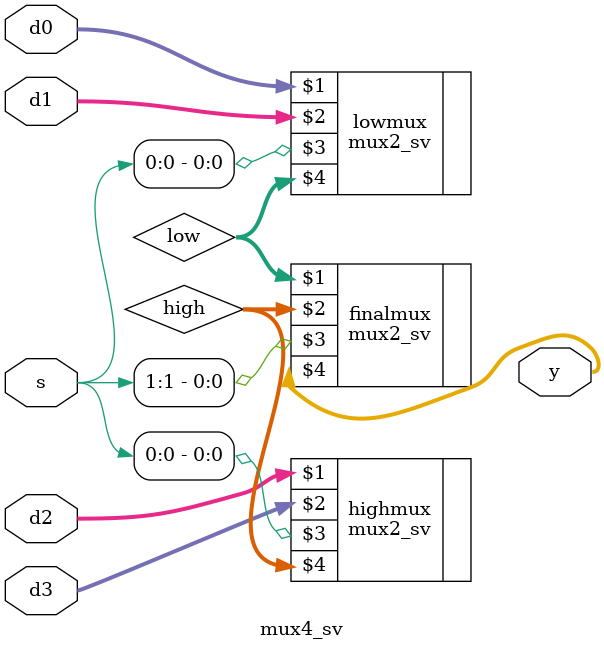
<source format=sv>
module mux4_sv
(
input logic [3:0] d0, d1, d2, d3,
input logic [1:0] s,
output logic [3:0] y
);

logic [3:0] low, high;

mux2_sv lowmux(d0, d1, s[0], low);
mux2_sv highmux(d2, d3, s[0], high);
mux2_sv finalmux(low, high, s[1], y);

endmodule
</source>
